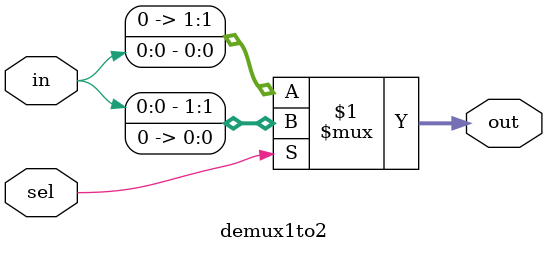
<source format=v>
module demux1to2(in, sel, out);
input in;
input sel;
output [1:0]out;  
    assign {out[1],out[0]} = sel? {in,1'b0}:  {1'b0,in};
endmodule
</source>
